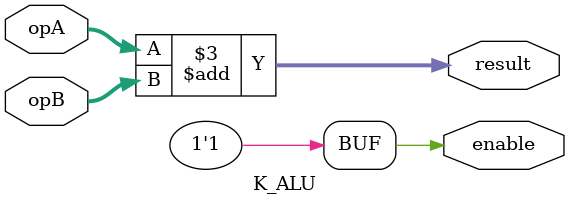
<source format=v>
module K_ALU (
  input [31:0] opA,
  input [31:0] opB,
  output enable,
  output reg [31:0] result

);
  
  always @ (opA) begin
   enable = 1; // Addition 
  end


  always @ (opB) begin
   result = opA + opB; // Addition 
  end

endmodule


</source>
